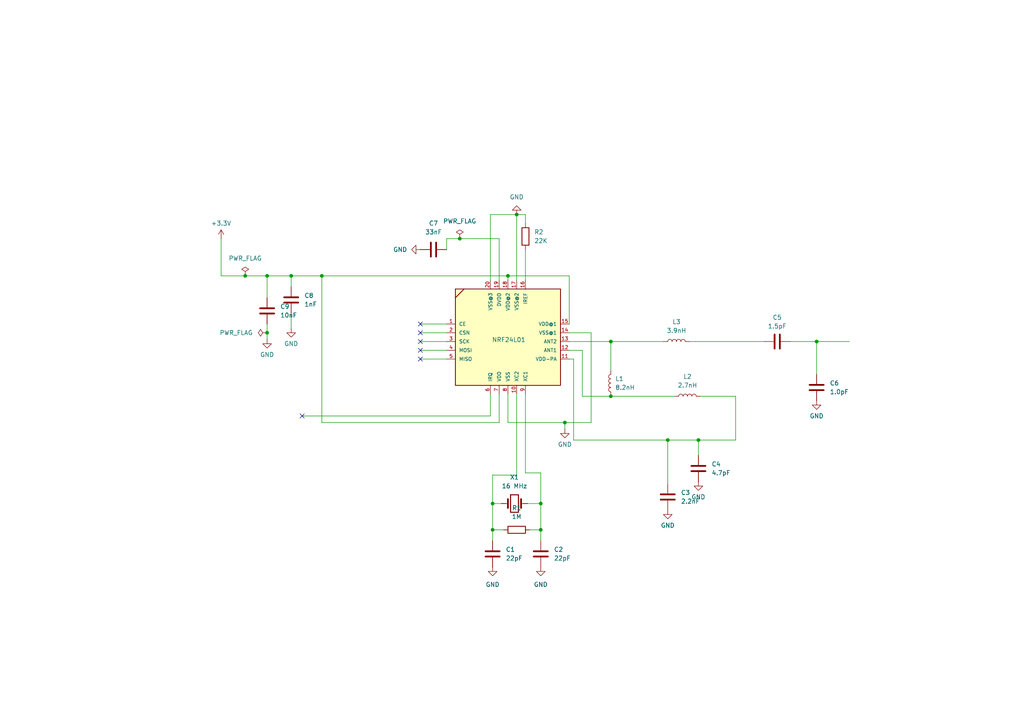
<source format=kicad_sch>
(kicad_sch
	(version 20231120)
	(generator "eeschema")
	(generator_version "8.0")
	(uuid "20fef4fb-7812-4430-9f22-33998f725c42")
	(paper "A4")
	(lib_symbols
		(symbol "Device:C"
			(pin_numbers hide)
			(pin_names
				(offset 0.254)
			)
			(exclude_from_sim no)
			(in_bom yes)
			(on_board yes)
			(property "Reference" "C"
				(at 0.635 2.54 0)
				(effects
					(font
						(size 1.27 1.27)
					)
					(justify left)
				)
			)
			(property "Value" "C"
				(at 0.635 -2.54 0)
				(effects
					(font
						(size 1.27 1.27)
					)
					(justify left)
				)
			)
			(property "Footprint" ""
				(at 0.9652 -3.81 0)
				(effects
					(font
						(size 1.27 1.27)
					)
					(hide yes)
				)
			)
			(property "Datasheet" "~"
				(at 0 0 0)
				(effects
					(font
						(size 1.27 1.27)
					)
					(hide yes)
				)
			)
			(property "Description" "Unpolarized capacitor"
				(at 0 0 0)
				(effects
					(font
						(size 1.27 1.27)
					)
					(hide yes)
				)
			)
			(property "ki_keywords" "cap capacitor"
				(at 0 0 0)
				(effects
					(font
						(size 1.27 1.27)
					)
					(hide yes)
				)
			)
			(property "ki_fp_filters" "C_*"
				(at 0 0 0)
				(effects
					(font
						(size 1.27 1.27)
					)
					(hide yes)
				)
			)
			(symbol "C_0_1"
				(polyline
					(pts
						(xy -2.032 -0.762) (xy 2.032 -0.762)
					)
					(stroke
						(width 0.508)
						(type default)
					)
					(fill
						(type none)
					)
				)
				(polyline
					(pts
						(xy -2.032 0.762) (xy 2.032 0.762)
					)
					(stroke
						(width 0.508)
						(type default)
					)
					(fill
						(type none)
					)
				)
			)
			(symbol "C_1_1"
				(pin passive line
					(at 0 3.81 270)
					(length 2.794)
					(name "~"
						(effects
							(font
								(size 1.27 1.27)
							)
						)
					)
					(number "1"
						(effects
							(font
								(size 1.27 1.27)
							)
						)
					)
				)
				(pin passive line
					(at 0 -3.81 90)
					(length 2.794)
					(name "~"
						(effects
							(font
								(size 1.27 1.27)
							)
						)
					)
					(number "2"
						(effects
							(font
								(size 1.27 1.27)
							)
						)
					)
				)
			)
		)
		(symbol "Device:Crystal"
			(pin_numbers hide)
			(pin_names
				(offset 1.016) hide)
			(exclude_from_sim no)
			(in_bom yes)
			(on_board yes)
			(property "Reference" "Y"
				(at 0 3.81 0)
				(effects
					(font
						(size 1.27 1.27)
					)
				)
			)
			(property "Value" "Crystal"
				(at 0 -3.81 0)
				(effects
					(font
						(size 1.27 1.27)
					)
				)
			)
			(property "Footprint" ""
				(at 0 0 0)
				(effects
					(font
						(size 1.27 1.27)
					)
					(hide yes)
				)
			)
			(property "Datasheet" "~"
				(at 0 0 0)
				(effects
					(font
						(size 1.27 1.27)
					)
					(hide yes)
				)
			)
			(property "Description" "Two pin crystal"
				(at 0 0 0)
				(effects
					(font
						(size 1.27 1.27)
					)
					(hide yes)
				)
			)
			(property "ki_keywords" "quartz ceramic resonator oscillator"
				(at 0 0 0)
				(effects
					(font
						(size 1.27 1.27)
					)
					(hide yes)
				)
			)
			(property "ki_fp_filters" "Crystal*"
				(at 0 0 0)
				(effects
					(font
						(size 1.27 1.27)
					)
					(hide yes)
				)
			)
			(symbol "Crystal_0_1"
				(rectangle
					(start -1.143 2.54)
					(end 1.143 -2.54)
					(stroke
						(width 0.3048)
						(type default)
					)
					(fill
						(type none)
					)
				)
				(polyline
					(pts
						(xy -2.54 0) (xy -1.905 0)
					)
					(stroke
						(width 0)
						(type default)
					)
					(fill
						(type none)
					)
				)
				(polyline
					(pts
						(xy -1.905 -1.27) (xy -1.905 1.27)
					)
					(stroke
						(width 0.508)
						(type default)
					)
					(fill
						(type none)
					)
				)
				(polyline
					(pts
						(xy 1.905 -1.27) (xy 1.905 1.27)
					)
					(stroke
						(width 0.508)
						(type default)
					)
					(fill
						(type none)
					)
				)
				(polyline
					(pts
						(xy 2.54 0) (xy 1.905 0)
					)
					(stroke
						(width 0)
						(type default)
					)
					(fill
						(type none)
					)
				)
			)
			(symbol "Crystal_1_1"
				(pin passive line
					(at -3.81 0 0)
					(length 1.27)
					(name "1"
						(effects
							(font
								(size 1.27 1.27)
							)
						)
					)
					(number "1"
						(effects
							(font
								(size 1.27 1.27)
							)
						)
					)
				)
				(pin passive line
					(at 3.81 0 180)
					(length 1.27)
					(name "2"
						(effects
							(font
								(size 1.27 1.27)
							)
						)
					)
					(number "2"
						(effects
							(font
								(size 1.27 1.27)
							)
						)
					)
				)
			)
		)
		(symbol "Device:L"
			(pin_numbers hide)
			(pin_names
				(offset 1.016) hide)
			(exclude_from_sim no)
			(in_bom yes)
			(on_board yes)
			(property "Reference" "L"
				(at -1.27 0 90)
				(effects
					(font
						(size 1.27 1.27)
					)
				)
			)
			(property "Value" "L"
				(at 1.905 0 90)
				(effects
					(font
						(size 1.27 1.27)
					)
				)
			)
			(property "Footprint" ""
				(at 0 0 0)
				(effects
					(font
						(size 1.27 1.27)
					)
					(hide yes)
				)
			)
			(property "Datasheet" "~"
				(at 0 0 0)
				(effects
					(font
						(size 1.27 1.27)
					)
					(hide yes)
				)
			)
			(property "Description" "Inductor"
				(at 0 0 0)
				(effects
					(font
						(size 1.27 1.27)
					)
					(hide yes)
				)
			)
			(property "ki_keywords" "inductor choke coil reactor magnetic"
				(at 0 0 0)
				(effects
					(font
						(size 1.27 1.27)
					)
					(hide yes)
				)
			)
			(property "ki_fp_filters" "Choke_* *Coil* Inductor_* L_*"
				(at 0 0 0)
				(effects
					(font
						(size 1.27 1.27)
					)
					(hide yes)
				)
			)
			(symbol "L_0_1"
				(arc
					(start 0 -2.54)
					(mid 0.6323 -1.905)
					(end 0 -1.27)
					(stroke
						(width 0)
						(type default)
					)
					(fill
						(type none)
					)
				)
				(arc
					(start 0 -1.27)
					(mid 0.6323 -0.635)
					(end 0 0)
					(stroke
						(width 0)
						(type default)
					)
					(fill
						(type none)
					)
				)
				(arc
					(start 0 0)
					(mid 0.6323 0.635)
					(end 0 1.27)
					(stroke
						(width 0)
						(type default)
					)
					(fill
						(type none)
					)
				)
				(arc
					(start 0 1.27)
					(mid 0.6323 1.905)
					(end 0 2.54)
					(stroke
						(width 0)
						(type default)
					)
					(fill
						(type none)
					)
				)
			)
			(symbol "L_1_1"
				(pin passive line
					(at 0 3.81 270)
					(length 1.27)
					(name "1"
						(effects
							(font
								(size 1.27 1.27)
							)
						)
					)
					(number "1"
						(effects
							(font
								(size 1.27 1.27)
							)
						)
					)
				)
				(pin passive line
					(at 0 -3.81 90)
					(length 1.27)
					(name "2"
						(effects
							(font
								(size 1.27 1.27)
							)
						)
					)
					(number "2"
						(effects
							(font
								(size 1.27 1.27)
							)
						)
					)
				)
			)
		)
		(symbol "Device:R"
			(pin_numbers hide)
			(pin_names
				(offset 0)
			)
			(exclude_from_sim no)
			(in_bom yes)
			(on_board yes)
			(property "Reference" "R"
				(at 2.032 0 90)
				(effects
					(font
						(size 1.27 1.27)
					)
				)
			)
			(property "Value" "R"
				(at 0 0 90)
				(effects
					(font
						(size 1.27 1.27)
					)
				)
			)
			(property "Footprint" ""
				(at -1.778 0 90)
				(effects
					(font
						(size 1.27 1.27)
					)
					(hide yes)
				)
			)
			(property "Datasheet" "~"
				(at 0 0 0)
				(effects
					(font
						(size 1.27 1.27)
					)
					(hide yes)
				)
			)
			(property "Description" "Resistor"
				(at 0 0 0)
				(effects
					(font
						(size 1.27 1.27)
					)
					(hide yes)
				)
			)
			(property "ki_keywords" "R res resistor"
				(at 0 0 0)
				(effects
					(font
						(size 1.27 1.27)
					)
					(hide yes)
				)
			)
			(property "ki_fp_filters" "R_*"
				(at 0 0 0)
				(effects
					(font
						(size 1.27 1.27)
					)
					(hide yes)
				)
			)
			(symbol "R_0_1"
				(rectangle
					(start -1.016 -2.54)
					(end 1.016 2.54)
					(stroke
						(width 0.254)
						(type default)
					)
					(fill
						(type none)
					)
				)
			)
			(symbol "R_1_1"
				(pin passive line
					(at 0 3.81 270)
					(length 1.27)
					(name "~"
						(effects
							(font
								(size 1.27 1.27)
							)
						)
					)
					(number "1"
						(effects
							(font
								(size 1.27 1.27)
							)
						)
					)
				)
				(pin passive line
					(at 0 -3.81 90)
					(length 1.27)
					(name "~"
						(effects
							(font
								(size 1.27 1.27)
							)
						)
					)
					(number "2"
						(effects
							(font
								(size 1.27 1.27)
							)
						)
					)
				)
			)
		)
		(symbol "NRF24L01:NRF24L01"
			(pin_names
				(offset 1.016)
			)
			(exclude_from_sim no)
			(in_bom yes)
			(on_board yes)
			(property "Reference" "U"
				(at -13.9892 16.5327 0)
				(effects
					(font
						(size 1.27 1.27)
					)
					(justify left bottom)
				)
			)
			(property "Value" ""
				(at 0 0 0)
				(effects
					(font
						(size 1.27 1.27)
					)
					(justify bottom)
					(hide yes)
				)
			)
			(property "Footprint" ""
				(at 0 0 0)
				(effects
					(font
						(size 1.27 1.27)
					)
					(justify bottom)
					(hide yes)
				)
			)
			(property "Datasheet" ""
				(at 0 0 0)
				(effects
					(font
						(size 1.27 1.27)
					)
					(hide yes)
				)
			)
			(property "Description" ""
				(at 0 0 0)
				(effects
					(font
						(size 1.27 1.27)
					)
					(hide yes)
				)
			)
			(property "MF" ""
				(at 0 0 0)
				(effects
					(font
						(size 1.27 1.27)
					)
					(justify bottom)
					(hide yes)
				)
			)
			(property "Description_1" ""
				(at 0 0 0)
				(effects
					(font
						(size 1.27 1.27)
					)
					(justify bottom)
					(hide yes)
				)
			)
			(property "Package" ""
				(at 0 0 0)
				(effects
					(font
						(size 1.27 1.27)
					)
					(justify bottom)
					(hide yes)
				)
			)
			(property "MPN" ""
				(at 0 0 0)
				(effects
					(font
						(size 1.27 1.27)
					)
					(justify bottom)
					(hide yes)
				)
			)
			(property "Price" ""
				(at 0 0 0)
				(effects
					(font
						(size 1.27 1.27)
					)
					(justify bottom)
					(hide yes)
				)
			)
			(property "SnapEDA_Link" ""
				(at 0 0 0)
				(do_not_autoplace)
				(effects
					(font
						(size 1.27 1.27)
					)
					(justify bottom)
					(hide yes)
				)
			)
			(property "MP" ""
				(at 0 0 0)
				(effects
					(font
						(size 1.27 1.27)
					)
					(justify bottom)
					(hide yes)
				)
			)
			(property "Availability" ""
				(at 0 0 0)
				(effects
					(font
						(size 1.27 1.27)
					)
					(justify bottom)
					(hide yes)
				)
			)
			(property "Check_prices" ""
				(at 0 0 0)
				(effects
					(font
						(size 1.27 1.27)
					)
					(justify bottom)
					(hide yes)
				)
			)
			(symbol "NRF24L01_0_0"
				(rectangle
					(start -15.24 15.24)
					(end 15.24 -12.7)
					(stroke
						(width 0.254)
						(type default)
					)
					(fill
						(type background)
					)
				)
				(polyline
					(pts
						(xy -15.24 12.7) (xy -12.7 15.24)
					)
					(stroke
						(width 0.254)
						(type default)
					)
					(fill
						(type none)
					)
				)
				(pin bidirectional line
					(at -17.78 5.08 0)
					(length 2.54)
					(name "CE"
						(effects
							(font
								(size 1.016 1.016)
							)
						)
					)
					(number "1"
						(effects
							(font
								(size 1.016 1.016)
							)
						)
					)
				)
				(pin bidirectional line
					(at 2.54 -15.24 90)
					(length 2.54)
					(name "XC2"
						(effects
							(font
								(size 1.016 1.016)
							)
						)
					)
					(number "10"
						(effects
							(font
								(size 1.016 1.016)
							)
						)
					)
				)
				(pin bidirectional line
					(at 17.78 -5.08 180)
					(length 2.54)
					(name "VDD-PA"
						(effects
							(font
								(size 1.016 1.016)
							)
						)
					)
					(number "11"
						(effects
							(font
								(size 1.016 1.016)
							)
						)
					)
				)
				(pin bidirectional line
					(at 17.78 -2.54 180)
					(length 2.54)
					(name "ANT1"
						(effects
							(font
								(size 1.016 1.016)
							)
						)
					)
					(number "12"
						(effects
							(font
								(size 1.016 1.016)
							)
						)
					)
				)
				(pin bidirectional line
					(at 17.78 0 180)
					(length 2.54)
					(name "ANT2"
						(effects
							(font
								(size 1.016 1.016)
							)
						)
					)
					(number "13"
						(effects
							(font
								(size 1.016 1.016)
							)
						)
					)
				)
				(pin bidirectional line
					(at 17.78 2.54 180)
					(length 2.54)
					(name "VSS@1"
						(effects
							(font
								(size 1.016 1.016)
							)
						)
					)
					(number "14"
						(effects
							(font
								(size 1.016 1.016)
							)
						)
					)
				)
				(pin bidirectional line
					(at 17.78 5.08 180)
					(length 2.54)
					(name "VDD@1"
						(effects
							(font
								(size 1.016 1.016)
							)
						)
					)
					(number "15"
						(effects
							(font
								(size 1.016 1.016)
							)
						)
					)
				)
				(pin bidirectional line
					(at 5.08 17.78 270)
					(length 2.54)
					(name "IREF"
						(effects
							(font
								(size 1.016 1.016)
							)
						)
					)
					(number "16"
						(effects
							(font
								(size 1.016 1.016)
							)
						)
					)
				)
				(pin bidirectional line
					(at 2.54 17.78 270)
					(length 2.54)
					(name "VSS@2"
						(effects
							(font
								(size 1.016 1.016)
							)
						)
					)
					(number "17"
						(effects
							(font
								(size 1.016 1.016)
							)
						)
					)
				)
				(pin bidirectional line
					(at 0 17.78 270)
					(length 2.54)
					(name "VDD@2"
						(effects
							(font
								(size 1.016 1.016)
							)
						)
					)
					(number "18"
						(effects
							(font
								(size 1.016 1.016)
							)
						)
					)
				)
				(pin bidirectional line
					(at -2.54 17.78 270)
					(length 2.54)
					(name "DVDD"
						(effects
							(font
								(size 1.016 1.016)
							)
						)
					)
					(number "19"
						(effects
							(font
								(size 1.016 1.016)
							)
						)
					)
				)
				(pin bidirectional line
					(at -17.78 2.54 0)
					(length 2.54)
					(name "CSN"
						(effects
							(font
								(size 1.016 1.016)
							)
						)
					)
					(number "2"
						(effects
							(font
								(size 1.016 1.016)
							)
						)
					)
				)
				(pin bidirectional line
					(at -5.08 17.78 270)
					(length 2.54)
					(name "VSS@3"
						(effects
							(font
								(size 1.016 1.016)
							)
						)
					)
					(number "20"
						(effects
							(font
								(size 1.016 1.016)
							)
						)
					)
				)
				(pin bidirectional line
					(at -17.78 0 0)
					(length 2.54)
					(name "SCK"
						(effects
							(font
								(size 1.016 1.016)
							)
						)
					)
					(number "3"
						(effects
							(font
								(size 1.016 1.016)
							)
						)
					)
				)
				(pin bidirectional line
					(at -17.78 -2.54 0)
					(length 2.54)
					(name "MOSI"
						(effects
							(font
								(size 1.016 1.016)
							)
						)
					)
					(number "4"
						(effects
							(font
								(size 1.016 1.016)
							)
						)
					)
				)
				(pin bidirectional line
					(at -17.78 -5.08 0)
					(length 2.54)
					(name "MISO"
						(effects
							(font
								(size 1.016 1.016)
							)
						)
					)
					(number "5"
						(effects
							(font
								(size 1.016 1.016)
							)
						)
					)
				)
				(pin bidirectional line
					(at -5.08 -15.24 90)
					(length 2.54)
					(name "IRQ"
						(effects
							(font
								(size 1.016 1.016)
							)
						)
					)
					(number "6"
						(effects
							(font
								(size 1.016 1.016)
							)
						)
					)
				)
				(pin bidirectional line
					(at -2.54 -15.24 90)
					(length 2.54)
					(name "VDD"
						(effects
							(font
								(size 1.016 1.016)
							)
						)
					)
					(number "7"
						(effects
							(font
								(size 1.016 1.016)
							)
						)
					)
				)
				(pin bidirectional line
					(at 0 -15.24 90)
					(length 2.54)
					(name "VSS"
						(effects
							(font
								(size 1.016 1.016)
							)
						)
					)
					(number "8"
						(effects
							(font
								(size 1.016 1.016)
							)
						)
					)
				)
				(pin bidirectional line
					(at 5.08 -15.24 90)
					(length 2.54)
					(name "XC1"
						(effects
							(font
								(size 1.016 1.016)
							)
						)
					)
					(number "9"
						(effects
							(font
								(size 1.016 1.016)
							)
						)
					)
				)
			)
		)
		(symbol "power:+3.3V"
			(power)
			(pin_numbers hide)
			(pin_names
				(offset 0) hide)
			(exclude_from_sim no)
			(in_bom yes)
			(on_board yes)
			(property "Reference" "#PWR"
				(at 0 -3.81 0)
				(effects
					(font
						(size 1.27 1.27)
					)
					(hide yes)
				)
			)
			(property "Value" "+3.3V"
				(at 0 3.556 0)
				(effects
					(font
						(size 1.27 1.27)
					)
				)
			)
			(property "Footprint" ""
				(at 0 0 0)
				(effects
					(font
						(size 1.27 1.27)
					)
					(hide yes)
				)
			)
			(property "Datasheet" ""
				(at 0 0 0)
				(effects
					(font
						(size 1.27 1.27)
					)
					(hide yes)
				)
			)
			(property "Description" "Power symbol creates a global label with name \"+3.3V\""
				(at 0 0 0)
				(effects
					(font
						(size 1.27 1.27)
					)
					(hide yes)
				)
			)
			(property "ki_keywords" "global power"
				(at 0 0 0)
				(effects
					(font
						(size 1.27 1.27)
					)
					(hide yes)
				)
			)
			(symbol "+3.3V_0_1"
				(polyline
					(pts
						(xy -0.762 1.27) (xy 0 2.54)
					)
					(stroke
						(width 0)
						(type default)
					)
					(fill
						(type none)
					)
				)
				(polyline
					(pts
						(xy 0 0) (xy 0 2.54)
					)
					(stroke
						(width 0)
						(type default)
					)
					(fill
						(type none)
					)
				)
				(polyline
					(pts
						(xy 0 2.54) (xy 0.762 1.27)
					)
					(stroke
						(width 0)
						(type default)
					)
					(fill
						(type none)
					)
				)
			)
			(symbol "+3.3V_1_1"
				(pin power_in line
					(at 0 0 90)
					(length 0)
					(name "~"
						(effects
							(font
								(size 1.27 1.27)
							)
						)
					)
					(number "1"
						(effects
							(font
								(size 1.27 1.27)
							)
						)
					)
				)
			)
		)
		(symbol "power:GND"
			(power)
			(pin_numbers hide)
			(pin_names
				(offset 0) hide)
			(exclude_from_sim no)
			(in_bom yes)
			(on_board yes)
			(property "Reference" "#PWR"
				(at 0 -6.35 0)
				(effects
					(font
						(size 1.27 1.27)
					)
					(hide yes)
				)
			)
			(property "Value" "GND"
				(at 0 -3.81 0)
				(effects
					(font
						(size 1.27 1.27)
					)
				)
			)
			(property "Footprint" ""
				(at 0 0 0)
				(effects
					(font
						(size 1.27 1.27)
					)
					(hide yes)
				)
			)
			(property "Datasheet" ""
				(at 0 0 0)
				(effects
					(font
						(size 1.27 1.27)
					)
					(hide yes)
				)
			)
			(property "Description" "Power symbol creates a global label with name \"GND\" , ground"
				(at 0 0 0)
				(effects
					(font
						(size 1.27 1.27)
					)
					(hide yes)
				)
			)
			(property "ki_keywords" "global power"
				(at 0 0 0)
				(effects
					(font
						(size 1.27 1.27)
					)
					(hide yes)
				)
			)
			(symbol "GND_0_1"
				(polyline
					(pts
						(xy 0 0) (xy 0 -1.27) (xy 1.27 -1.27) (xy 0 -2.54) (xy -1.27 -1.27) (xy 0 -1.27)
					)
					(stroke
						(width 0)
						(type default)
					)
					(fill
						(type none)
					)
				)
			)
			(symbol "GND_1_1"
				(pin power_in line
					(at 0 0 270)
					(length 0)
					(name "~"
						(effects
							(font
								(size 1.27 1.27)
							)
						)
					)
					(number "1"
						(effects
							(font
								(size 1.27 1.27)
							)
						)
					)
				)
			)
		)
		(symbol "power:PWR_FLAG"
			(power)
			(pin_numbers hide)
			(pin_names
				(offset 0) hide)
			(exclude_from_sim no)
			(in_bom yes)
			(on_board yes)
			(property "Reference" "#FLG"
				(at 0 1.905 0)
				(effects
					(font
						(size 1.27 1.27)
					)
					(hide yes)
				)
			)
			(property "Value" "PWR_FLAG"
				(at 0 3.81 0)
				(effects
					(font
						(size 1.27 1.27)
					)
				)
			)
			(property "Footprint" ""
				(at 0 0 0)
				(effects
					(font
						(size 1.27 1.27)
					)
					(hide yes)
				)
			)
			(property "Datasheet" "~"
				(at 0 0 0)
				(effects
					(font
						(size 1.27 1.27)
					)
					(hide yes)
				)
			)
			(property "Description" "Special symbol for telling ERC where power comes from"
				(at 0 0 0)
				(effects
					(font
						(size 1.27 1.27)
					)
					(hide yes)
				)
			)
			(property "ki_keywords" "flag power"
				(at 0 0 0)
				(effects
					(font
						(size 1.27 1.27)
					)
					(hide yes)
				)
			)
			(symbol "PWR_FLAG_0_0"
				(pin power_out line
					(at 0 0 90)
					(length 0)
					(name "~"
						(effects
							(font
								(size 1.27 1.27)
							)
						)
					)
					(number "1"
						(effects
							(font
								(size 1.27 1.27)
							)
						)
					)
				)
			)
			(symbol "PWR_FLAG_0_1"
				(polyline
					(pts
						(xy 0 0) (xy 0 1.27) (xy -1.016 1.905) (xy 0 2.54) (xy 1.016 1.905) (xy 0 1.27)
					)
					(stroke
						(width 0)
						(type default)
					)
					(fill
						(type none)
					)
				)
			)
		)
	)
	(junction
		(at 77.47 80.01)
		(diameter 0)
		(color 0 0 0 0)
		(uuid "050ee99b-9a44-4db8-b13e-29fd6c60e63e")
	)
	(junction
		(at 163.83 122.555)
		(diameter 0)
		(color 0 0 0 0)
		(uuid "08eb57fb-2704-4917-9958-19f155562f29")
	)
	(junction
		(at 93.345 80.01)
		(diameter 0)
		(color 0 0 0 0)
		(uuid "1450f949-36ce-4abb-9bd1-dce84d492868")
	)
	(junction
		(at 142.875 146.05)
		(diameter 0)
		(color 0 0 0 0)
		(uuid "242398ab-6b3d-45cb-ae9a-f515e7dfd1c7")
	)
	(junction
		(at 177.165 114.935)
		(diameter 0)
		(color 0 0 0 0)
		(uuid "26f8489f-13b5-4b75-ad5e-844c9aa21542")
	)
	(junction
		(at 236.855 99.06)
		(diameter 0)
		(color 0 0 0 0)
		(uuid "29ef70b9-4076-49ab-b4e6-610373aa481c")
	)
	(junction
		(at 142.875 153.67)
		(diameter 0)
		(color 0 0 0 0)
		(uuid "369f273f-4453-4083-a42c-07e1ada5303c")
	)
	(junction
		(at 149.86 62.23)
		(diameter 0)
		(color 0 0 0 0)
		(uuid "4756aef7-1664-47d8-88e0-339be9a1994b")
	)
	(junction
		(at 147.32 80.01)
		(diameter 0)
		(color 0 0 0 0)
		(uuid "50068859-1e28-4bec-805e-9cf4cf920f03")
	)
	(junction
		(at 177.165 99.06)
		(diameter 0)
		(color 0 0 0 0)
		(uuid "5249ae2b-8d5f-42aa-8de6-fa3bdeac9054")
	)
	(junction
		(at 156.845 153.67)
		(diameter 0)
		(color 0 0 0 0)
		(uuid "8177a3d7-7814-4aea-9410-4d21744f024f")
	)
	(junction
		(at 71.12 80.01)
		(diameter 0)
		(color 0 0 0 0)
		(uuid "82641e92-6e15-4d67-9cbf-92da6c0b101e")
	)
	(junction
		(at 84.455 80.01)
		(diameter 0)
		(color 0 0 0 0)
		(uuid "90de755b-9337-486d-961e-96b5193b9f3b")
	)
	(junction
		(at 202.565 127.635)
		(diameter 0)
		(color 0 0 0 0)
		(uuid "9f5f9e42-9c1c-4588-ab60-e24042c99a29")
	)
	(junction
		(at 156.845 146.05)
		(diameter 0)
		(color 0 0 0 0)
		(uuid "ae1e83a9-b72a-4b09-a51a-9809c7536470")
	)
	(junction
		(at 133.35 69.215)
		(diameter 0)
		(color 0 0 0 0)
		(uuid "b7cd892d-8765-4397-92f4-548909bbedd9")
	)
	(junction
		(at 77.47 96.52)
		(diameter 0)
		(color 0 0 0 0)
		(uuid "e029cdb6-4046-4581-805d-7d9d26c1f1e6")
	)
	(junction
		(at 193.675 127.635)
		(diameter 0)
		(color 0 0 0 0)
		(uuid "ed6c19af-6edd-4024-90c7-6bf9927a2d7e")
	)
	(no_connect
		(at 121.92 93.98)
		(uuid "18f66a78-54cd-4b3e-9326-d260055d651f")
	)
	(no_connect
		(at 121.92 99.06)
		(uuid "7b7cc198-e07f-4f2c-8d0d-e7ac98fbb7b1")
	)
	(no_connect
		(at 121.92 96.52)
		(uuid "bf7abd5e-0a09-40a0-8d36-8eb1b3a2ba1f")
	)
	(no_connect
		(at 121.92 104.14)
		(uuid "d3db515a-14b2-4a73-8faf-6e7e17cc442a")
	)
	(no_connect
		(at 87.63 120.65)
		(uuid "ee5075c2-599e-4054-a58c-4fa78d770a29")
	)
	(no_connect
		(at 121.92 101.6)
		(uuid "f9595055-8bea-456c-bd42-732feb283e83")
	)
	(wire
		(pts
			(xy 202.565 127.635) (xy 193.675 127.635)
		)
		(stroke
			(width 0)
			(type default)
		)
		(uuid "021803b6-3f04-48dc-9766-9534df255df4")
	)
	(wire
		(pts
			(xy 84.455 80.01) (xy 93.345 80.01)
		)
		(stroke
			(width 0)
			(type default)
		)
		(uuid "06e4ebb7-322e-43e5-8845-08c6550e4b28")
	)
	(wire
		(pts
			(xy 163.83 122.555) (xy 163.83 124.46)
		)
		(stroke
			(width 0)
			(type default)
		)
		(uuid "0824a782-13fc-44e9-91e0-a6f44658264f")
	)
	(wire
		(pts
			(xy 133.35 69.215) (xy 129.54 69.215)
		)
		(stroke
			(width 0)
			(type default)
		)
		(uuid "08388c4b-7c58-4949-b3eb-9709c20e7409")
	)
	(wire
		(pts
			(xy 77.47 96.52) (xy 77.47 98.425)
		)
		(stroke
			(width 0)
			(type default)
		)
		(uuid "0be7e985-56d0-4db4-8771-4414a5c7fdba")
	)
	(wire
		(pts
			(xy 77.47 80.01) (xy 77.47 86.36)
		)
		(stroke
			(width 0)
			(type default)
		)
		(uuid "120ce4a0-53fb-40a0-815c-c7c438caa33e")
	)
	(wire
		(pts
			(xy 203.2 114.935) (xy 213.36 114.935)
		)
		(stroke
			(width 0)
			(type default)
		)
		(uuid "13808db8-2ca2-4f6a-9307-7e48e2999ac1")
	)
	(wire
		(pts
			(xy 177.165 99.06) (xy 192.405 99.06)
		)
		(stroke
			(width 0)
			(type default)
		)
		(uuid "14c66798-8a4b-40ab-89ef-9ca80c8b2536")
	)
	(wire
		(pts
			(xy 84.455 90.805) (xy 84.455 95.25)
		)
		(stroke
			(width 0)
			(type default)
		)
		(uuid "243ea97d-be81-47ed-a13e-ef0a53af23b7")
	)
	(wire
		(pts
			(xy 144.78 114.3) (xy 144.78 122.555)
		)
		(stroke
			(width 0)
			(type default)
		)
		(uuid "2616ca38-dfbf-459a-b184-414d4a664758")
	)
	(wire
		(pts
			(xy 152.4 62.23) (xy 152.4 64.77)
		)
		(stroke
			(width 0)
			(type default)
		)
		(uuid "2c58e82a-4a51-42b2-b6a8-3c79898d2cd7")
	)
	(wire
		(pts
			(xy 142.875 137.795) (xy 149.86 137.795)
		)
		(stroke
			(width 0)
			(type default)
		)
		(uuid "30906b20-2e6a-4904-bebd-cb420f30ecc5")
	)
	(wire
		(pts
			(xy 142.875 153.67) (xy 142.875 156.845)
		)
		(stroke
			(width 0)
			(type default)
		)
		(uuid "390d3167-16e4-4f14-9ce8-d6e7663cd55b")
	)
	(wire
		(pts
			(xy 236.855 99.06) (xy 246.38 99.06)
		)
		(stroke
			(width 0)
			(type default)
		)
		(uuid "3f59ef64-9b97-4c53-8606-79f7ce6395d1")
	)
	(wire
		(pts
			(xy 177.165 114.935) (xy 168.91 114.935)
		)
		(stroke
			(width 0)
			(type default)
		)
		(uuid "449c8d7f-1823-4153-b328-f218929081e3")
	)
	(wire
		(pts
			(xy 165.1 101.6) (xy 168.91 101.6)
		)
		(stroke
			(width 0)
			(type default)
		)
		(uuid "4c9a676b-9ca9-453c-a44d-03232da8fbb5")
	)
	(wire
		(pts
			(xy 168.91 101.6) (xy 168.91 114.935)
		)
		(stroke
			(width 0)
			(type default)
		)
		(uuid "5778ce7e-efbe-4a6b-844d-dc916776975a")
	)
	(wire
		(pts
			(xy 166.37 104.14) (xy 165.1 104.14)
		)
		(stroke
			(width 0)
			(type default)
		)
		(uuid "59828e89-7ed8-4efe-8a3f-11ba3710f3bf")
	)
	(wire
		(pts
			(xy 149.86 114.3) (xy 149.86 137.795)
		)
		(stroke
			(width 0)
			(type default)
		)
		(uuid "599604d8-af6c-4c48-b1dd-d1f23063721f")
	)
	(wire
		(pts
			(xy 166.37 104.14) (xy 166.37 127.635)
		)
		(stroke
			(width 0)
			(type default)
		)
		(uuid "5f8eba09-b173-48df-8858-15dfd38cb2da")
	)
	(wire
		(pts
			(xy 202.565 127.635) (xy 202.565 132.08)
		)
		(stroke
			(width 0)
			(type default)
		)
		(uuid "6014c531-947c-40b2-8a40-7d1e3b9a3e13")
	)
	(wire
		(pts
			(xy 147.32 80.01) (xy 147.32 81.28)
		)
		(stroke
			(width 0)
			(type default)
		)
		(uuid "61965d27-6a43-4c0e-8b36-92b44f905d9f")
	)
	(wire
		(pts
			(xy 142.24 62.23) (xy 149.86 62.23)
		)
		(stroke
			(width 0)
			(type default)
		)
		(uuid "6682ceb2-3d48-46ad-a86d-b9aad3c12227")
	)
	(wire
		(pts
			(xy 144.78 81.28) (xy 144.78 69.215)
		)
		(stroke
			(width 0)
			(type default)
		)
		(uuid "6a6167af-b980-45c6-84a3-03bc937bd47f")
	)
	(wire
		(pts
			(xy 121.92 93.98) (xy 129.54 93.98)
		)
		(stroke
			(width 0)
			(type default)
		)
		(uuid "6c120ffb-66af-48c7-a390-483fbbd081bf")
	)
	(wire
		(pts
			(xy 142.24 114.3) (xy 142.24 120.65)
		)
		(stroke
			(width 0)
			(type default)
		)
		(uuid "6d6dc723-84e6-4fe2-9f36-1bcfd491f065")
	)
	(wire
		(pts
			(xy 93.345 80.01) (xy 93.345 122.555)
		)
		(stroke
			(width 0)
			(type default)
		)
		(uuid "70c77b63-38c7-448f-b8b5-5571d08699ce")
	)
	(wire
		(pts
			(xy 142.875 146.05) (xy 145.415 146.05)
		)
		(stroke
			(width 0)
			(type default)
		)
		(uuid "711d372d-b1d1-42cf-8035-c5678637edb6")
	)
	(wire
		(pts
			(xy 156.845 153.67) (xy 156.845 156.845)
		)
		(stroke
			(width 0)
			(type default)
		)
		(uuid "73b10eb2-900a-4578-b69a-32746ca02d7a")
	)
	(wire
		(pts
			(xy 149.86 62.23) (xy 149.86 81.28)
		)
		(stroke
			(width 0)
			(type default)
		)
		(uuid "759246ce-a163-4cd1-9d25-7c44b19f8a49")
	)
	(wire
		(pts
			(xy 177.165 99.06) (xy 177.165 107.315)
		)
		(stroke
			(width 0)
			(type default)
		)
		(uuid "8228f123-4f60-45f1-9365-4a69649554e6")
	)
	(wire
		(pts
			(xy 177.165 114.935) (xy 195.58 114.935)
		)
		(stroke
			(width 0)
			(type default)
		)
		(uuid "84e22c7c-2689-448b-b71b-5fb01cf87758")
	)
	(wire
		(pts
			(xy 171.45 96.52) (xy 165.1 96.52)
		)
		(stroke
			(width 0)
			(type default)
		)
		(uuid "89258146-986c-4ce9-8a6d-e7c1ccaa236b")
	)
	(wire
		(pts
			(xy 121.92 96.52) (xy 129.54 96.52)
		)
		(stroke
			(width 0)
			(type default)
		)
		(uuid "8a59d83e-f406-4819-9e2a-b17504a05a61")
	)
	(wire
		(pts
			(xy 142.875 153.67) (xy 146.05 153.67)
		)
		(stroke
			(width 0)
			(type default)
		)
		(uuid "8d3f64f1-6c8a-47ce-88db-1fa4a82de7cc")
	)
	(wire
		(pts
			(xy 71.12 80.01) (xy 77.47 80.01)
		)
		(stroke
			(width 0)
			(type default)
		)
		(uuid "927c51bf-a386-493b-be1e-8f91dbc3b2c9")
	)
	(wire
		(pts
			(xy 153.035 146.05) (xy 156.845 146.05)
		)
		(stroke
			(width 0)
			(type default)
		)
		(uuid "94cc8381-82dc-4af2-ba68-3535259962d8")
	)
	(wire
		(pts
			(xy 229.235 99.06) (xy 236.855 99.06)
		)
		(stroke
			(width 0)
			(type default)
		)
		(uuid "95c64f36-44a8-4836-bd57-411f6001e24e")
	)
	(wire
		(pts
			(xy 142.24 81.28) (xy 142.24 62.23)
		)
		(stroke
			(width 0)
			(type default)
		)
		(uuid "968435dd-f5c7-4cd2-9db0-4e783b90f6f0")
	)
	(wire
		(pts
			(xy 200.025 99.06) (xy 221.615 99.06)
		)
		(stroke
			(width 0)
			(type default)
		)
		(uuid "98e38c3d-4965-4957-a07c-1106ef0db749")
	)
	(wire
		(pts
			(xy 152.4 137.16) (xy 156.845 137.16)
		)
		(stroke
			(width 0)
			(type default)
		)
		(uuid "99726745-1b0c-485a-b97a-b8c32b196f1f")
	)
	(wire
		(pts
			(xy 152.4 72.39) (xy 152.4 81.28)
		)
		(stroke
			(width 0)
			(type default)
		)
		(uuid "9c7375b6-529e-4d49-bd13-89a158853862")
	)
	(wire
		(pts
			(xy 156.845 146.05) (xy 156.845 153.67)
		)
		(stroke
			(width 0)
			(type default)
		)
		(uuid "9fb4626d-631e-49c9-96e9-f6e646c3c650")
	)
	(wire
		(pts
			(xy 213.36 127.635) (xy 202.565 127.635)
		)
		(stroke
			(width 0)
			(type default)
		)
		(uuid "9fb5ad4c-a328-4b93-b763-e250c9d50503")
	)
	(wire
		(pts
			(xy 149.86 62.23) (xy 152.4 62.23)
		)
		(stroke
			(width 0)
			(type default)
		)
		(uuid "a185cbfe-d0aa-4674-8a6b-85fe493a8670")
	)
	(wire
		(pts
			(xy 163.83 122.555) (xy 171.45 122.555)
		)
		(stroke
			(width 0)
			(type default)
		)
		(uuid "a3d464e4-f0e3-4e7d-a60c-7a1a5112655a")
	)
	(wire
		(pts
			(xy 93.345 80.01) (xy 147.32 80.01)
		)
		(stroke
			(width 0)
			(type default)
		)
		(uuid "a5bde879-eff7-4d4b-acc5-7a74fc85a2b5")
	)
	(wire
		(pts
			(xy 147.32 114.3) (xy 147.32 122.555)
		)
		(stroke
			(width 0)
			(type default)
		)
		(uuid "abb8000b-5db5-413e-9c7f-cc0384ef5924")
	)
	(wire
		(pts
			(xy 129.54 69.215) (xy 129.54 72.39)
		)
		(stroke
			(width 0)
			(type default)
		)
		(uuid "afdcffbb-757d-466d-a0fe-c2e0a88f6834")
	)
	(wire
		(pts
			(xy 142.875 137.795) (xy 142.875 146.05)
		)
		(stroke
			(width 0)
			(type default)
		)
		(uuid "b505341e-35a7-432a-923a-770d0abbd389")
	)
	(wire
		(pts
			(xy 193.675 127.635) (xy 193.675 140.335)
		)
		(stroke
			(width 0)
			(type default)
		)
		(uuid "b72d1c6d-ce20-4b29-99fd-d39f7b686124")
	)
	(wire
		(pts
			(xy 64.135 80.01) (xy 71.12 80.01)
		)
		(stroke
			(width 0)
			(type default)
		)
		(uuid "b7497aa5-c075-43aa-b54a-f139a024f46b")
	)
	(wire
		(pts
			(xy 147.32 122.555) (xy 163.83 122.555)
		)
		(stroke
			(width 0)
			(type default)
		)
		(uuid "bea60e25-13ca-435e-8f23-c3d3ebe1eeeb")
	)
	(wire
		(pts
			(xy 152.4 114.3) (xy 152.4 137.16)
		)
		(stroke
			(width 0)
			(type default)
		)
		(uuid "bf6829ea-17c1-4683-af3a-9d0123c675d4")
	)
	(wire
		(pts
			(xy 213.36 114.935) (xy 213.36 127.635)
		)
		(stroke
			(width 0)
			(type default)
		)
		(uuid "c3b2b8ee-03f3-4601-a477-2f2d1391d136")
	)
	(wire
		(pts
			(xy 193.675 127.635) (xy 166.37 127.635)
		)
		(stroke
			(width 0)
			(type default)
		)
		(uuid "cb3ddd81-afe9-46d6-a208-ff5a3379749d")
	)
	(wire
		(pts
			(xy 121.92 101.6) (xy 129.54 101.6)
		)
		(stroke
			(width 0)
			(type default)
		)
		(uuid "cdee3034-1298-4be0-a45e-8d5f24d70b51")
	)
	(wire
		(pts
			(xy 142.875 146.05) (xy 142.875 153.67)
		)
		(stroke
			(width 0)
			(type default)
		)
		(uuid "ce2497a0-f1ab-437c-9c1d-8197a535b5a4")
	)
	(wire
		(pts
			(xy 236.855 99.06) (xy 236.855 108.585)
		)
		(stroke
			(width 0)
			(type default)
		)
		(uuid "d31b9329-7944-4dae-9203-28ad13372942")
	)
	(wire
		(pts
			(xy 147.32 80.01) (xy 165.1 80.01)
		)
		(stroke
			(width 0)
			(type default)
		)
		(uuid "d392c76b-36bd-45b2-8df3-7f72374cb694")
	)
	(wire
		(pts
			(xy 121.92 99.06) (xy 129.54 99.06)
		)
		(stroke
			(width 0)
			(type default)
		)
		(uuid "e4c49a38-08c8-4630-b09a-db26b06c3b09")
	)
	(wire
		(pts
			(xy 121.92 104.14) (xy 129.54 104.14)
		)
		(stroke
			(width 0)
			(type default)
		)
		(uuid "e4cfabbf-49e2-4c36-9858-8375307fb696")
	)
	(wire
		(pts
			(xy 87.63 120.65) (xy 142.24 120.65)
		)
		(stroke
			(width 0)
			(type default)
		)
		(uuid "e784d5e4-f475-4400-bb79-2f8aea626849")
	)
	(wire
		(pts
			(xy 153.67 153.67) (xy 156.845 153.67)
		)
		(stroke
			(width 0)
			(type default)
		)
		(uuid "eb81d209-4afa-4604-994c-11a5dd035c0e")
	)
	(wire
		(pts
			(xy 156.845 137.16) (xy 156.845 146.05)
		)
		(stroke
			(width 0)
			(type default)
		)
		(uuid "ee956ab5-009e-4432-bc16-45a8778e81f2")
	)
	(wire
		(pts
			(xy 93.345 122.555) (xy 144.78 122.555)
		)
		(stroke
			(width 0)
			(type default)
		)
		(uuid "efb3362e-32e0-453d-9224-64728fdfc02b")
	)
	(wire
		(pts
			(xy 84.455 80.01) (xy 84.455 83.185)
		)
		(stroke
			(width 0)
			(type default)
		)
		(uuid "efb5a0d5-9d0f-4b8e-872b-d1c3aba5252a")
	)
	(wire
		(pts
			(xy 165.1 99.06) (xy 177.165 99.06)
		)
		(stroke
			(width 0)
			(type default)
		)
		(uuid "f8eff933-5a98-4b16-83c2-7d5a2d3947cf")
	)
	(wire
		(pts
			(xy 171.45 96.52) (xy 171.45 122.555)
		)
		(stroke
			(width 0)
			(type default)
		)
		(uuid "f9515229-960c-44a0-b1c7-0722816484b3")
	)
	(wire
		(pts
			(xy 144.78 69.215) (xy 133.35 69.215)
		)
		(stroke
			(width 0)
			(type default)
		)
		(uuid "fabb3dae-0723-4ca1-a465-b031e24f6462")
	)
	(wire
		(pts
			(xy 77.47 80.01) (xy 84.455 80.01)
		)
		(stroke
			(width 0)
			(type default)
		)
		(uuid "fb2f1bff-3860-4845-a4a8-70fca6b46e04")
	)
	(wire
		(pts
			(xy 64.135 69.215) (xy 64.135 80.01)
		)
		(stroke
			(width 0)
			(type default)
		)
		(uuid "fb74acff-1cee-4740-8cfc-51414265cd50")
	)
	(wire
		(pts
			(xy 165.1 80.01) (xy 165.1 93.98)
		)
		(stroke
			(width 0)
			(type default)
		)
		(uuid "fd691ec0-ea26-470e-a0c2-8fedc55d43ef")
	)
	(wire
		(pts
			(xy 77.47 93.98) (xy 77.47 96.52)
		)
		(stroke
			(width 0)
			(type default)
		)
		(uuid "ffe78091-41a0-41bf-b0ae-13fd03616906")
	)
	(symbol
		(lib_id "Device:R")
		(at 152.4 68.58 0)
		(unit 1)
		(exclude_from_sim no)
		(in_bom yes)
		(on_board yes)
		(dnp no)
		(fields_autoplaced yes)
		(uuid "0c03476b-dbc8-4785-ab6f-71b73e4cf156")
		(property "Reference" "R2"
			(at 154.94 67.3099 0)
			(effects
				(font
					(size 1.27 1.27)
				)
				(justify left)
			)
		)
		(property "Value" "22K"
			(at 154.94 69.8499 0)
			(effects
				(font
					(size 1.27 1.27)
				)
				(justify left)
			)
		)
		(property "Footprint" "Resistor_SMD:R_0402_1005Metric"
			(at 150.622 68.58 90)
			(effects
				(font
					(size 1.27 1.27)
				)
				(hide yes)
			)
		)
		(property "Datasheet" "~"
			(at 152.4 68.58 0)
			(effects
				(font
					(size 1.27 1.27)
				)
				(hide yes)
			)
		)
		(property "Description" "Resistor"
			(at 152.4 68.58 0)
			(effects
				(font
					(size 1.27 1.27)
				)
				(hide yes)
			)
		)
		(pin "1"
			(uuid "1c9bb1cc-ea1e-4f61-b759-e9764f7f048f")
		)
		(pin "2"
			(uuid "01315387-6a4e-4ee9-bdbd-73e485aba7fe")
		)
		(instances
			(project "Mini Project NRF24L01"
				(path "/20fef4fb-7812-4430-9f22-33998f725c42"
					(reference "R2")
					(unit 1)
				)
			)
		)
	)
	(symbol
		(lib_id "Device:L")
		(at 199.39 114.935 90)
		(unit 1)
		(exclude_from_sim no)
		(in_bom yes)
		(on_board yes)
		(dnp no)
		(fields_autoplaced yes)
		(uuid "1df79c89-3c1c-4c78-a0d6-8cc7ed23a38d")
		(property "Reference" "L2"
			(at 199.39 109.22 90)
			(effects
				(font
					(size 1.27 1.27)
				)
			)
		)
		(property "Value" "2.7nH"
			(at 199.39 111.76 90)
			(effects
				(font
					(size 1.27 1.27)
				)
			)
		)
		(property "Footprint" "Inductor_SMD:L_0402_1005Metric"
			(at 199.39 114.935 0)
			(effects
				(font
					(size 1.27 1.27)
				)
				(hide yes)
			)
		)
		(property "Datasheet" "~"
			(at 199.39 114.935 0)
			(effects
				(font
					(size 1.27 1.27)
				)
				(hide yes)
			)
		)
		(property "Description" "Inductor"
			(at 199.39 114.935 0)
			(effects
				(font
					(size 1.27 1.27)
				)
				(hide yes)
			)
		)
		(pin "2"
			(uuid "dd5f6386-f51e-409f-8427-b7374f8ce1a5")
		)
		(pin "1"
			(uuid "885ff390-7632-4015-83a4-c5b60ab0b078")
		)
		(instances
			(project "Mini Project NRF24L01"
				(path "/20fef4fb-7812-4430-9f22-33998f725c42"
					(reference "L2")
					(unit 1)
				)
			)
		)
	)
	(symbol
		(lib_id "Device:C")
		(at 193.675 144.145 0)
		(unit 1)
		(exclude_from_sim no)
		(in_bom yes)
		(on_board yes)
		(dnp no)
		(fields_autoplaced yes)
		(uuid "21d26779-823c-4f0f-ae75-d9c7d8f1eb88")
		(property "Reference" "C3"
			(at 197.485 142.8749 0)
			(effects
				(font
					(size 1.27 1.27)
				)
				(justify left)
			)
		)
		(property "Value" "2.2nF"
			(at 197.485 145.4149 0)
			(effects
				(font
					(size 1.27 1.27)
				)
				(justify left)
			)
		)
		(property "Footprint" "Capacitor_SMD:C_0402_1005Metric"
			(at 194.6402 147.955 0)
			(effects
				(font
					(size 1.27 1.27)
				)
				(hide yes)
			)
		)
		(property "Datasheet" "~"
			(at 193.675 144.145 0)
			(effects
				(font
					(size 1.27 1.27)
				)
				(hide yes)
			)
		)
		(property "Description" "Unpolarized capacitor"
			(at 193.675 144.145 0)
			(effects
				(font
					(size 1.27 1.27)
				)
				(hide yes)
			)
		)
		(pin "2"
			(uuid "e0a6b551-f1da-4195-a89a-8cd085f056c2")
		)
		(pin "1"
			(uuid "362e84de-940d-42c3-8916-bea3feffa9c4")
		)
		(instances
			(project "Mini Project NRF24L01"
				(path "/20fef4fb-7812-4430-9f22-33998f725c42"
					(reference "C3")
					(unit 1)
				)
			)
		)
	)
	(symbol
		(lib_id "Device:C")
		(at 225.425 99.06 90)
		(unit 1)
		(exclude_from_sim no)
		(in_bom yes)
		(on_board yes)
		(dnp no)
		(fields_autoplaced yes)
		(uuid "22c9fd9d-573e-49ab-9ca3-92dbaa60c8b2")
		(property "Reference" "C5"
			(at 225.425 92.075 90)
			(effects
				(font
					(size 1.27 1.27)
				)
			)
		)
		(property "Value" "1.5pF"
			(at 225.425 94.615 90)
			(effects
				(font
					(size 1.27 1.27)
				)
			)
		)
		(property "Footprint" "Capacitor_SMD:C_0402_1005Metric"
			(at 229.235 98.0948 0)
			(effects
				(font
					(size 1.27 1.27)
				)
				(hide yes)
			)
		)
		(property "Datasheet" "~"
			(at 225.425 99.06 0)
			(effects
				(font
					(size 1.27 1.27)
				)
				(hide yes)
			)
		)
		(property "Description" "Unpolarized capacitor"
			(at 225.425 99.06 0)
			(effects
				(font
					(size 1.27 1.27)
				)
				(hide yes)
			)
		)
		(pin "2"
			(uuid "73a26cb0-96a6-456f-9faa-ec308008369d")
		)
		(pin "1"
			(uuid "8735f29d-3278-4f21-a098-bacab24d3022")
		)
		(instances
			(project ""
				(path "/20fef4fb-7812-4430-9f22-33998f725c42"
					(reference "C5")
					(unit 1)
				)
			)
		)
	)
	(symbol
		(lib_id "power:GND")
		(at 149.86 62.23 180)
		(unit 1)
		(exclude_from_sim no)
		(in_bom yes)
		(on_board yes)
		(dnp no)
		(fields_autoplaced yes)
		(uuid "33e20079-fa40-433b-b0f0-474735aa73df")
		(property "Reference" "#PWR03"
			(at 149.86 55.88 0)
			(effects
				(font
					(size 1.27 1.27)
				)
				(hide yes)
			)
		)
		(property "Value" "GND"
			(at 149.86 57.15 0)
			(effects
				(font
					(size 1.27 1.27)
				)
			)
		)
		(property "Footprint" ""
			(at 149.86 62.23 0)
			(effects
				(font
					(size 1.27 1.27)
				)
				(hide yes)
			)
		)
		(property "Datasheet" ""
			(at 149.86 62.23 0)
			(effects
				(font
					(size 1.27 1.27)
				)
				(hide yes)
			)
		)
		(property "Description" "Power symbol creates a global label with name \"GND\" , ground"
			(at 149.86 62.23 0)
			(effects
				(font
					(size 1.27 1.27)
				)
				(hide yes)
			)
		)
		(pin "1"
			(uuid "9728b789-eac1-4a58-8675-581acb497e50")
		)
		(instances
			(project "Mini Project NRF24L01"
				(path "/20fef4fb-7812-4430-9f22-33998f725c42"
					(reference "#PWR03")
					(unit 1)
				)
			)
		)
	)
	(symbol
		(lib_id "power:GND")
		(at 236.855 116.205 0)
		(unit 1)
		(exclude_from_sim no)
		(in_bom yes)
		(on_board yes)
		(dnp no)
		(fields_autoplaced yes)
		(uuid "3ba1625f-8e21-4d95-9fbf-300213e7ccd3")
		(property "Reference" "#PWR07"
			(at 236.855 122.555 0)
			(effects
				(font
					(size 1.27 1.27)
				)
				(hide yes)
			)
		)
		(property "Value" "GND"
			(at 236.855 120.65 0)
			(effects
				(font
					(size 1.27 1.27)
				)
			)
		)
		(property "Footprint" ""
			(at 236.855 116.205 0)
			(effects
				(font
					(size 1.27 1.27)
				)
				(hide yes)
			)
		)
		(property "Datasheet" ""
			(at 236.855 116.205 0)
			(effects
				(font
					(size 1.27 1.27)
				)
				(hide yes)
			)
		)
		(property "Description" "Power symbol creates a global label with name \"GND\" , ground"
			(at 236.855 116.205 0)
			(effects
				(font
					(size 1.27 1.27)
				)
				(hide yes)
			)
		)
		(pin "1"
			(uuid "d1088daf-001f-4ba3-aad7-602a976bd788")
		)
		(instances
			(project "Mini Project NRF24L01"
				(path "/20fef4fb-7812-4430-9f22-33998f725c42"
					(reference "#PWR07")
					(unit 1)
				)
			)
		)
	)
	(symbol
		(lib_id "Device:L")
		(at 196.215 99.06 90)
		(unit 1)
		(exclude_from_sim no)
		(in_bom yes)
		(on_board yes)
		(dnp no)
		(fields_autoplaced yes)
		(uuid "3e558107-c7cf-4766-9721-ff27661d1715")
		(property "Reference" "L3"
			(at 196.215 93.345 90)
			(effects
				(font
					(size 1.27 1.27)
				)
			)
		)
		(property "Value" "3.9nH"
			(at 196.215 95.885 90)
			(effects
				(font
					(size 1.27 1.27)
				)
			)
		)
		(property "Footprint" "Inductor_SMD:L_0402_1005Metric"
			(at 196.215 99.06 0)
			(effects
				(font
					(size 1.27 1.27)
				)
				(hide yes)
			)
		)
		(property "Datasheet" "~"
			(at 196.215 99.06 0)
			(effects
				(font
					(size 1.27 1.27)
				)
				(hide yes)
			)
		)
		(property "Description" "Inductor"
			(at 196.215 99.06 0)
			(effects
				(font
					(size 1.27 1.27)
				)
				(hide yes)
			)
		)
		(pin "2"
			(uuid "792155ec-5632-49b5-9f4a-71a392698593")
		)
		(pin "1"
			(uuid "054f7819-11cc-406f-93b0-76de171fb345")
		)
		(instances
			(project ""
				(path "/20fef4fb-7812-4430-9f22-33998f725c42"
					(reference "L3")
					(unit 1)
				)
			)
		)
	)
	(symbol
		(lib_id "power:PWR_FLAG")
		(at 133.35 69.215 0)
		(unit 1)
		(exclude_from_sim no)
		(in_bom yes)
		(on_board yes)
		(dnp no)
		(fields_autoplaced yes)
		(uuid "418db28d-2176-47ab-892f-7ebc7e095297")
		(property "Reference" "#FLG02"
			(at 133.35 67.31 0)
			(effects
				(font
					(size 1.27 1.27)
				)
				(hide yes)
			)
		)
		(property "Value" "PWR_FLAG"
			(at 133.35 64.135 0)
			(effects
				(font
					(size 1.27 1.27)
				)
			)
		)
		(property "Footprint" ""
			(at 133.35 69.215 0)
			(effects
				(font
					(size 1.27 1.27)
				)
				(hide yes)
			)
		)
		(property "Datasheet" "~"
			(at 133.35 69.215 0)
			(effects
				(font
					(size 1.27 1.27)
				)
				(hide yes)
			)
		)
		(property "Description" "Special symbol for telling ERC where power comes from"
			(at 133.35 69.215 0)
			(effects
				(font
					(size 1.27 1.27)
				)
				(hide yes)
			)
		)
		(pin "1"
			(uuid "51daddc9-e2c6-4444-aaf7-1c7e5d580300")
		)
		(instances
			(project "Mini Project NRF24L01"
				(path "/20fef4fb-7812-4430-9f22-33998f725c42"
					(reference "#FLG02")
					(unit 1)
				)
			)
		)
	)
	(symbol
		(lib_id "NRF24L01:NRF24L01")
		(at 147.32 99.06 0)
		(unit 1)
		(exclude_from_sim no)
		(in_bom yes)
		(on_board yes)
		(dnp no)
		(uuid "43e85ff7-d234-4a9a-8c68-9cbdadbc0e8d")
		(property "Reference" "NRF24L01"
			(at 147.574 98.552 0)
			(effects
				(font
					(size 1.27 1.27)
				)
			)
		)
		(property "Value" "~"
			(at 147.32 99.06 0)
			(effects
				(font
					(size 1.27 1.27)
				)
				(justify bottom)
				(hide yes)
			)
		)
		(property "Footprint" "nrf24l01_stuff:nrf24l01 chip"
			(at 147.32 99.06 0)
			(effects
				(font
					(size 1.27 1.27)
				)
				(justify bottom)
				(hide yes)
			)
		)
		(property "Datasheet" ""
			(at 147.32 99.06 0)
			(effects
				(font
					(size 1.27 1.27)
				)
				(hide yes)
			)
		)
		(property "Description" ""
			(at 147.32 99.06 0)
			(effects
				(font
					(size 1.27 1.27)
				)
				(hide yes)
			)
		)
		(property "MF" ""
			(at 147.32 99.06 0)
			(effects
				(font
					(size 1.27 1.27)
				)
				(justify bottom)
				(hide yes)
			)
		)
		(property "Description_1" ""
			(at 147.32 99.06 0)
			(effects
				(font
					(size 1.27 1.27)
				)
				(justify bottom)
				(hide yes)
			)
		)
		(property "Package" ""
			(at 147.32 99.06 0)
			(effects
				(font
					(size 1.27 1.27)
				)
				(justify bottom)
				(hide yes)
			)
		)
		(property "MPN" ""
			(at 147.32 99.06 0)
			(effects
				(font
					(size 1.27 1.27)
				)
				(justify bottom)
				(hide yes)
			)
		)
		(property "Price" ""
			(at 147.32 99.06 0)
			(effects
				(font
					(size 1.27 1.27)
				)
				(justify bottom)
				(hide yes)
			)
		)
		(property "SnapEDA_Link" ""
			(at 147.32 99.06 0)
			(do_not_autoplace yes)
			(effects
				(font
					(size 1.27 1.27)
				)
				(justify bottom)
				(hide yes)
			)
		)
		(property "MP" ""
			(at 147.32 99.06 0)
			(effects
				(font
					(size 1.27 1.27)
				)
				(justify bottom)
				(hide yes)
			)
		)
		(property "Availability" ""
			(at 147.32 99.06 0)
			(effects
				(font
					(size 1.27 1.27)
				)
				(justify bottom)
				(hide yes)
			)
		)
		(property "Check_prices" ""
			(at 147.32 99.06 0)
			(effects
				(font
					(size 1.27 1.27)
				)
				(justify bottom)
				(hide yes)
			)
		)
		(pin "1"
			(uuid "3ba2f5f5-fabb-4dd5-8b54-a0e5df727b41")
		)
		(pin "12"
			(uuid "a628eae7-646a-4128-ac03-788c3c519596")
		)
		(pin "13"
			(uuid "2860ca6e-d90d-4a28-b3cd-d206664cb477")
		)
		(pin "10"
			(uuid "bd0930b2-f3d5-4815-82ad-27b4e431e38d")
		)
		(pin "7"
			(uuid "46217373-f2f5-4ef4-a8cc-ace3302e70bd")
		)
		(pin "18"
			(uuid "6dc009be-8f81-4bdc-bbca-afcd540c9d00")
		)
		(pin "16"
			(uuid "5cfa74eb-cc84-4842-bae5-1c784b0bb5c8")
		)
		(pin "4"
			(uuid "61dba607-16d4-4185-8d1f-814f256d2fc6")
		)
		(pin "19"
			(uuid "42583f3a-62f3-46c5-97ec-4a76ea88080e")
		)
		(pin "3"
			(uuid "a4be85ec-9c25-4167-82f1-970730066e39")
		)
		(pin "8"
			(uuid "eb6e802b-cc3b-481a-a248-0a634961e2c4")
		)
		(pin "17"
			(uuid "37f22768-6117-4439-9337-e1d09a6beb11")
		)
		(pin "14"
			(uuid "97160f5e-0f0e-4534-8ee8-b82486e10ffc")
		)
		(pin "11"
			(uuid "a1348ea4-9f03-42aa-940f-46e5d5981fca")
		)
		(pin "9"
			(uuid "5517536e-d178-487f-9cfc-77493c884137")
		)
		(pin "6"
			(uuid "0022106c-cbdb-45da-9e9c-19e683eeda30")
		)
		(pin "2"
			(uuid "9fd64612-752b-4e95-8138-8b73e4481d5d")
		)
		(pin "5"
			(uuid "b6d54131-ce5a-4920-8573-04b003d099ee")
		)
		(pin "15"
			(uuid "f1218c8f-4b30-45c3-a7b1-7b6f47b1e665")
		)
		(pin "20"
			(uuid "a94983db-7460-4cc6-8c0b-76e87331d2e6")
		)
		(instances
			(project ""
				(path "/20fef4fb-7812-4430-9f22-33998f725c42"
					(reference "NRF24L01")
					(unit 1)
				)
			)
		)
	)
	(symbol
		(lib_id "Device:C")
		(at 142.875 160.655 0)
		(unit 1)
		(exclude_from_sim no)
		(in_bom yes)
		(on_board yes)
		(dnp no)
		(fields_autoplaced yes)
		(uuid "487e8752-280f-4073-b4e7-9db5f992404b")
		(property "Reference" "C1"
			(at 146.685 159.3849 0)
			(effects
				(font
					(size 1.27 1.27)
				)
				(justify left)
			)
		)
		(property "Value" "22pF"
			(at 146.685 161.9249 0)
			(effects
				(font
					(size 1.27 1.27)
				)
				(justify left)
			)
		)
		(property "Footprint" "Capacitor_SMD:C_0402_1005Metric"
			(at 143.8402 164.465 0)
			(effects
				(font
					(size 1.27 1.27)
				)
				(hide yes)
			)
		)
		(property "Datasheet" "~"
			(at 142.875 160.655 0)
			(effects
				(font
					(size 1.27 1.27)
				)
				(hide yes)
			)
		)
		(property "Description" "Unpolarized capacitor"
			(at 142.875 160.655 0)
			(effects
				(font
					(size 1.27 1.27)
				)
				(hide yes)
			)
		)
		(pin "2"
			(uuid "3d1d1849-8fc9-4cbd-ac66-c9c70dfbeb73")
		)
		(pin "1"
			(uuid "972bd447-0240-43ae-be1b-0a749e18d429")
		)
		(instances
			(project "Mini Project NRF24L01"
				(path "/20fef4fb-7812-4430-9f22-33998f725c42"
					(reference "C1")
					(unit 1)
				)
			)
		)
	)
	(symbol
		(lib_id "Device:C")
		(at 236.855 112.395 0)
		(unit 1)
		(exclude_from_sim no)
		(in_bom yes)
		(on_board yes)
		(dnp no)
		(fields_autoplaced yes)
		(uuid "541f8afd-1594-40f7-9074-faec2f66377f")
		(property "Reference" "C6"
			(at 240.665 111.1249 0)
			(effects
				(font
					(size 1.27 1.27)
				)
				(justify left)
			)
		)
		(property "Value" "1.0pF"
			(at 240.665 113.6649 0)
			(effects
				(font
					(size 1.27 1.27)
				)
				(justify left)
			)
		)
		(property "Footprint" "Capacitor_SMD:C_0402_1005Metric"
			(at 237.8202 116.205 0)
			(effects
				(font
					(size 1.27 1.27)
				)
				(hide yes)
			)
		)
		(property "Datasheet" "~"
			(at 236.855 112.395 0)
			(effects
				(font
					(size 1.27 1.27)
				)
				(hide yes)
			)
		)
		(property "Description" "Unpolarized capacitor"
			(at 236.855 112.395 0)
			(effects
				(font
					(size 1.27 1.27)
				)
				(hide yes)
			)
		)
		(pin "2"
			(uuid "0fd0bd88-d874-4d27-a7b7-f08884539efb")
		)
		(pin "1"
			(uuid "781ed5b2-0e38-4165-80e9-1bf447c87a38")
		)
		(instances
			(project "Mini Project NRF24L01"
				(path "/20fef4fb-7812-4430-9f22-33998f725c42"
					(reference "C6")
					(unit 1)
				)
			)
		)
	)
	(symbol
		(lib_id "power:PWR_FLAG")
		(at 77.47 96.52 90)
		(unit 1)
		(exclude_from_sim no)
		(in_bom yes)
		(on_board yes)
		(dnp no)
		(fields_autoplaced yes)
		(uuid "5ce36a58-c798-4702-a164-c7696f24ce42")
		(property "Reference" "#FLG03"
			(at 75.565 96.52 0)
			(effects
				(font
					(size 1.27 1.27)
				)
				(hide yes)
			)
		)
		(property "Value" "PWR_FLAG"
			(at 73.3313 96.5199 90)
			(effects
				(font
					(size 1.27 1.27)
				)
				(justify left)
			)
		)
		(property "Footprint" ""
			(at 77.47 96.52 0)
			(effects
				(font
					(size 1.27 1.27)
				)
				(hide yes)
			)
		)
		(property "Datasheet" "~"
			(at 77.47 96.52 0)
			(effects
				(font
					(size 1.27 1.27)
				)
				(hide yes)
			)
		)
		(property "Description" "Special symbol for telling ERC where power comes from"
			(at 77.47 96.52 0)
			(effects
				(font
					(size 1.27 1.27)
				)
				(hide yes)
			)
		)
		(pin "1"
			(uuid "6df331eb-3db8-4da2-a7d5-05cfd1ef7bdf")
		)
		(instances
			(project "Mini Project NRF24L01"
				(path "/20fef4fb-7812-4430-9f22-33998f725c42"
					(reference "#FLG03")
					(unit 1)
				)
			)
		)
	)
	(symbol
		(lib_id "power:GND")
		(at 202.565 139.7 0)
		(unit 1)
		(exclude_from_sim no)
		(in_bom yes)
		(on_board yes)
		(dnp no)
		(fields_autoplaced yes)
		(uuid "6c52e056-1b1a-4d2e-b506-050c20b12ad9")
		(property "Reference" "#PWR08"
			(at 202.565 146.05 0)
			(effects
				(font
					(size 1.27 1.27)
				)
				(hide yes)
			)
		)
		(property "Value" "GND"
			(at 202.565 144.145 0)
			(effects
				(font
					(size 1.27 1.27)
				)
			)
		)
		(property "Footprint" ""
			(at 202.565 139.7 0)
			(effects
				(font
					(size 1.27 1.27)
				)
				(hide yes)
			)
		)
		(property "Datasheet" ""
			(at 202.565 139.7 0)
			(effects
				(font
					(size 1.27 1.27)
				)
				(hide yes)
			)
		)
		(property "Description" "Power symbol creates a global label with name \"GND\" , ground"
			(at 202.565 139.7 0)
			(effects
				(font
					(size 1.27 1.27)
				)
				(hide yes)
			)
		)
		(pin "1"
			(uuid "aae112bf-4c7b-4a04-8a93-11556f384e2a")
		)
		(instances
			(project "Mini Project NRF24L01"
				(path "/20fef4fb-7812-4430-9f22-33998f725c42"
					(reference "#PWR08")
					(unit 1)
				)
			)
		)
	)
	(symbol
		(lib_id "power:GND")
		(at 142.875 164.465 0)
		(unit 1)
		(exclude_from_sim no)
		(in_bom yes)
		(on_board yes)
		(dnp no)
		(fields_autoplaced yes)
		(uuid "6fec7f41-a84d-4527-973b-4939a0551106")
		(property "Reference" "#PWR05"
			(at 142.875 170.815 0)
			(effects
				(font
					(size 1.27 1.27)
				)
				(hide yes)
			)
		)
		(property "Value" "GND"
			(at 142.875 169.545 0)
			(effects
				(font
					(size 1.27 1.27)
				)
			)
		)
		(property "Footprint" ""
			(at 142.875 164.465 0)
			(effects
				(font
					(size 1.27 1.27)
				)
				(hide yes)
			)
		)
		(property "Datasheet" ""
			(at 142.875 164.465 0)
			(effects
				(font
					(size 1.27 1.27)
				)
				(hide yes)
			)
		)
		(property "Description" "Power symbol creates a global label with name \"GND\" , ground"
			(at 142.875 164.465 0)
			(effects
				(font
					(size 1.27 1.27)
				)
				(hide yes)
			)
		)
		(pin "1"
			(uuid "a3abddf1-75dc-4bee-a4eb-0e3caf37840f")
		)
		(instances
			(project "Mini Project NRF24L01"
				(path "/20fef4fb-7812-4430-9f22-33998f725c42"
					(reference "#PWR05")
					(unit 1)
				)
			)
		)
	)
	(symbol
		(lib_id "Device:Crystal")
		(at 149.225 146.05 0)
		(unit 1)
		(exclude_from_sim no)
		(in_bom yes)
		(on_board yes)
		(dnp no)
		(fields_autoplaced yes)
		(uuid "72299a2d-e72e-4363-86dd-0a2f239e9203")
		(property "Reference" "X1"
			(at 149.225 138.43 0)
			(effects
				(font
					(size 1.27 1.27)
				)
			)
		)
		(property "Value" "16 MHz"
			(at 149.225 140.97 0)
			(effects
				(font
					(size 1.27 1.27)
				)
			)
		)
		(property "Footprint" "nrf24l01_stuff:16 mhz 50 ppm crystal"
			(at 149.225 146.05 0)
			(effects
				(font
					(size 1.27 1.27)
				)
				(hide yes)
			)
		)
		(property "Datasheet" "~"
			(at 149.225 146.05 0)
			(effects
				(font
					(size 1.27 1.27)
				)
				(hide yes)
			)
		)
		(property "Description" "Two pin crystal"
			(at 149.225 146.05 0)
			(effects
				(font
					(size 1.27 1.27)
				)
				(hide yes)
			)
		)
		(pin "1"
			(uuid "0338e357-d750-43b8-8cb5-e3426dbea571")
		)
		(pin "2"
			(uuid "969c03ee-f3ce-4c78-adb4-6376ef9c7c07")
		)
		(instances
			(project ""
				(path "/20fef4fb-7812-4430-9f22-33998f725c42"
					(reference "X1")
					(unit 1)
				)
			)
		)
	)
	(symbol
		(lib_id "Device:C")
		(at 84.455 86.995 0)
		(unit 1)
		(exclude_from_sim no)
		(in_bom yes)
		(on_board yes)
		(dnp no)
		(fields_autoplaced yes)
		(uuid "743f7fef-51e2-47f9-bbdd-d5e620eed8c7")
		(property "Reference" "C8"
			(at 88.265 85.7249 0)
			(effects
				(font
					(size 1.27 1.27)
				)
				(justify left)
			)
		)
		(property "Value" "1nF"
			(at 88.265 88.2649 0)
			(effects
				(font
					(size 1.27 1.27)
				)
				(justify left)
			)
		)
		(property "Footprint" "Capacitor_SMD:C_0402_1005Metric"
			(at 85.4202 90.805 0)
			(effects
				(font
					(size 1.27 1.27)
				)
				(hide yes)
			)
		)
		(property "Datasheet" "~"
			(at 84.455 86.995 0)
			(effects
				(font
					(size 1.27 1.27)
				)
				(hide yes)
			)
		)
		(property "Description" "Unpolarized capacitor"
			(at 84.455 86.995 0)
			(effects
				(font
					(size 1.27 1.27)
				)
				(hide yes)
			)
		)
		(pin "2"
			(uuid "9c04f48a-73cd-44ec-9045-217581cf2baa")
		)
		(pin "1"
			(uuid "1d7698c7-69a6-4dfd-80bc-c564b79edc96")
		)
		(instances
			(project "Mini Project NRF24L01"
				(path "/20fef4fb-7812-4430-9f22-33998f725c42"
					(reference "C8")
					(unit 1)
				)
			)
		)
	)
	(symbol
		(lib_id "Device:C")
		(at 202.565 135.89 0)
		(unit 1)
		(exclude_from_sim no)
		(in_bom yes)
		(on_board yes)
		(dnp no)
		(fields_autoplaced yes)
		(uuid "8c328b3c-96e4-4e2f-ac83-b32162244cf4")
		(property "Reference" "C4"
			(at 206.375 134.6199 0)
			(effects
				(font
					(size 1.27 1.27)
				)
				(justify left)
			)
		)
		(property "Value" "4.7pF"
			(at 206.375 137.1599 0)
			(effects
				(font
					(size 1.27 1.27)
				)
				(justify left)
			)
		)
		(property "Footprint" "Capacitor_SMD:C_0402_1005Metric"
			(at 203.5302 139.7 0)
			(effects
				(font
					(size 1.27 1.27)
				)
				(hide yes)
			)
		)
		(property "Datasheet" "~"
			(at 202.565 135.89 0)
			(effects
				(font
					(size 1.27 1.27)
				)
				(hide yes)
			)
		)
		(property "Description" "Unpolarized capacitor"
			(at 202.565 135.89 0)
			(effects
				(font
					(size 1.27 1.27)
				)
				(hide yes)
			)
		)
		(pin "2"
			(uuid "4c9976d0-8cde-4c9d-aed0-a0d0760daf11")
		)
		(pin "1"
			(uuid "85d22c38-853a-4b42-b38c-8c68fe0842a6")
		)
		(instances
			(project "Mini Project NRF24L01"
				(path "/20fef4fb-7812-4430-9f22-33998f725c42"
					(reference "C4")
					(unit 1)
				)
			)
		)
	)
	(symbol
		(lib_id "power:GND")
		(at 193.675 147.955 0)
		(unit 1)
		(exclude_from_sim no)
		(in_bom yes)
		(on_board yes)
		(dnp no)
		(fields_autoplaced yes)
		(uuid "93c184e2-ccb9-4f47-975c-f20ad4a4120a")
		(property "Reference" "#PWR09"
			(at 193.675 154.305 0)
			(effects
				(font
					(size 1.27 1.27)
				)
				(hide yes)
			)
		)
		(property "Value" "GND"
			(at 193.675 152.4 0)
			(effects
				(font
					(size 1.27 1.27)
				)
			)
		)
		(property "Footprint" ""
			(at 193.675 147.955 0)
			(effects
				(font
					(size 1.27 1.27)
				)
				(hide yes)
			)
		)
		(property "Datasheet" ""
			(at 193.675 147.955 0)
			(effects
				(font
					(size 1.27 1.27)
				)
				(hide yes)
			)
		)
		(property "Description" "Power symbol creates a global label with name \"GND\" , ground"
			(at 193.675 147.955 0)
			(effects
				(font
					(size 1.27 1.27)
				)
				(hide yes)
			)
		)
		(pin "1"
			(uuid "febd5f93-b21e-481d-9754-7e4e2716d8c2")
		)
		(instances
			(project "Mini Project NRF24L01"
				(path "/20fef4fb-7812-4430-9f22-33998f725c42"
					(reference "#PWR09")
					(unit 1)
				)
			)
		)
	)
	(symbol
		(lib_id "power:GND")
		(at 163.83 124.46 0)
		(unit 1)
		(exclude_from_sim no)
		(in_bom yes)
		(on_board yes)
		(dnp no)
		(fields_autoplaced yes)
		(uuid "9730caa6-d2a5-46f1-84e1-35f53afee92e")
		(property "Reference" "#PWR04"
			(at 163.83 130.81 0)
			(effects
				(font
					(size 1.27 1.27)
				)
				(hide yes)
			)
		)
		(property "Value" "GND"
			(at 163.83 128.905 0)
			(effects
				(font
					(size 1.27 1.27)
				)
			)
		)
		(property "Footprint" ""
			(at 163.83 124.46 0)
			(effects
				(font
					(size 1.27 1.27)
				)
				(hide yes)
			)
		)
		(property "Datasheet" ""
			(at 163.83 124.46 0)
			(effects
				(font
					(size 1.27 1.27)
				)
				(hide yes)
			)
		)
		(property "Description" "Power symbol creates a global label with name \"GND\" , ground"
			(at 163.83 124.46 0)
			(effects
				(font
					(size 1.27 1.27)
				)
				(hide yes)
			)
		)
		(pin "1"
			(uuid "24c4c8d5-b771-40e9-abed-67e7cc7103a9")
		)
		(instances
			(project "Mini Project NRF24L01"
				(path "/20fef4fb-7812-4430-9f22-33998f725c42"
					(reference "#PWR04")
					(unit 1)
				)
			)
		)
	)
	(symbol
		(lib_id "power:PWR_FLAG")
		(at 71.12 80.01 0)
		(unit 1)
		(exclude_from_sim no)
		(in_bom yes)
		(on_board yes)
		(dnp no)
		(fields_autoplaced yes)
		(uuid "a8aa4876-bce3-489b-a883-74ecb344ca6e")
		(property "Reference" "#FLG01"
			(at 71.12 78.105 0)
			(effects
				(font
					(size 1.27 1.27)
				)
				(hide yes)
			)
		)
		(property "Value" "PWR_FLAG"
			(at 71.12 74.93 0)
			(effects
				(font
					(size 1.27 1.27)
				)
			)
		)
		(property "Footprint" ""
			(at 71.12 80.01 0)
			(effects
				(font
					(size 1.27 1.27)
				)
				(hide yes)
			)
		)
		(property "Datasheet" "~"
			(at 71.12 80.01 0)
			(effects
				(font
					(size 1.27 1.27)
				)
				(hide yes)
			)
		)
		(property "Description" "Special symbol for telling ERC where power comes from"
			(at 71.12 80.01 0)
			(effects
				(font
					(size 1.27 1.27)
				)
				(hide yes)
			)
		)
		(pin "1"
			(uuid "400409b8-1226-4991-9995-b16b564cbc36")
		)
		(instances
			(project ""
				(path "/20fef4fb-7812-4430-9f22-33998f725c42"
					(reference "#FLG01")
					(unit 1)
				)
			)
		)
	)
	(symbol
		(lib_id "Device:C")
		(at 77.47 90.17 0)
		(unit 1)
		(exclude_from_sim no)
		(in_bom yes)
		(on_board yes)
		(dnp no)
		(fields_autoplaced yes)
		(uuid "ace2e945-0e4e-4503-b7b4-08066152a948")
		(property "Reference" "C9"
			(at 81.28 88.8999 0)
			(effects
				(font
					(size 1.27 1.27)
				)
				(justify left)
			)
		)
		(property "Value" "10nF"
			(at 81.28 91.4399 0)
			(effects
				(font
					(size 1.27 1.27)
				)
				(justify left)
			)
		)
		(property "Footprint" "Capacitor_SMD:C_0402_1005Metric"
			(at 78.4352 93.98 0)
			(effects
				(font
					(size 1.27 1.27)
				)
				(hide yes)
			)
		)
		(property "Datasheet" "~"
			(at 77.47 90.17 0)
			(effects
				(font
					(size 1.27 1.27)
				)
				(hide yes)
			)
		)
		(property "Description" "Unpolarized capacitor"
			(at 77.47 90.17 0)
			(effects
				(font
					(size 1.27 1.27)
				)
				(hide yes)
			)
		)
		(pin "2"
			(uuid "b5a936e6-e672-47a0-a036-4706022cc694")
		)
		(pin "1"
			(uuid "c2549fba-e06a-463c-97ae-676c51310650")
		)
		(instances
			(project "Mini Project NRF24L01"
				(path "/20fef4fb-7812-4430-9f22-33998f725c42"
					(reference "C9")
					(unit 1)
				)
			)
		)
	)
	(symbol
		(lib_id "power:GND")
		(at 84.455 95.25 0)
		(unit 1)
		(exclude_from_sim no)
		(in_bom yes)
		(on_board yes)
		(dnp no)
		(fields_autoplaced yes)
		(uuid "ad14386f-8819-46cd-9c81-36db22f2c3d0")
		(property "Reference" "#PWR02"
			(at 84.455 101.6 0)
			(effects
				(font
					(size 1.27 1.27)
				)
				(hide yes)
			)
		)
		(property "Value" "GND"
			(at 84.455 99.695 0)
			(effects
				(font
					(size 1.27 1.27)
				)
			)
		)
		(property "Footprint" ""
			(at 84.455 95.25 0)
			(effects
				(font
					(size 1.27 1.27)
				)
				(hide yes)
			)
		)
		(property "Datasheet" ""
			(at 84.455 95.25 0)
			(effects
				(font
					(size 1.27 1.27)
				)
				(hide yes)
			)
		)
		(property "Description" "Power symbol creates a global label with name \"GND\" , ground"
			(at 84.455 95.25 0)
			(effects
				(font
					(size 1.27 1.27)
				)
				(hide yes)
			)
		)
		(pin "1"
			(uuid "d97192d0-1951-4f6a-b544-b09241fc2974")
		)
		(instances
			(project ""
				(path "/20fef4fb-7812-4430-9f22-33998f725c42"
					(reference "#PWR02")
					(unit 1)
				)
			)
		)
	)
	(symbol
		(lib_id "power:GND")
		(at 121.92 72.39 270)
		(unit 1)
		(exclude_from_sim no)
		(in_bom yes)
		(on_board yes)
		(dnp no)
		(fields_autoplaced yes)
		(uuid "b84d49b0-658a-4df5-871e-ee45fef463d8")
		(property "Reference" "#PWR010"
			(at 115.57 72.39 0)
			(effects
				(font
					(size 1.27 1.27)
				)
				(hide yes)
			)
		)
		(property "Value" "GND"
			(at 118.11 72.3899 90)
			(effects
				(font
					(size 1.27 1.27)
				)
				(justify right)
			)
		)
		(property "Footprint" ""
			(at 121.92 72.39 0)
			(effects
				(font
					(size 1.27 1.27)
				)
				(hide yes)
			)
		)
		(property "Datasheet" ""
			(at 121.92 72.39 0)
			(effects
				(font
					(size 1.27 1.27)
				)
				(hide yes)
			)
		)
		(property "Description" "Power symbol creates a global label with name \"GND\" , ground"
			(at 121.92 72.39 0)
			(effects
				(font
					(size 1.27 1.27)
				)
				(hide yes)
			)
		)
		(pin "1"
			(uuid "77d62428-0815-40a4-bb04-559761836cdc")
		)
		(instances
			(project "Mini Project NRF24L01"
				(path "/20fef4fb-7812-4430-9f22-33998f725c42"
					(reference "#PWR010")
					(unit 1)
				)
			)
		)
	)
	(symbol
		(lib_id "Device:L")
		(at 177.165 111.125 180)
		(unit 1)
		(exclude_from_sim no)
		(in_bom yes)
		(on_board yes)
		(dnp no)
		(fields_autoplaced yes)
		(uuid "baccb5ad-b145-42df-8eaa-39bcc24254ee")
		(property "Reference" "L1"
			(at 178.435 109.8549 0)
			(effects
				(font
					(size 1.27 1.27)
				)
				(justify right)
			)
		)
		(property "Value" "8.2nH"
			(at 178.435 112.3949 0)
			(effects
				(font
					(size 1.27 1.27)
				)
				(justify right)
			)
		)
		(property "Footprint" "Inductor_SMD:L_0402_1005Metric"
			(at 177.165 111.125 0)
			(effects
				(font
					(size 1.27 1.27)
				)
				(hide yes)
			)
		)
		(property "Datasheet" "~"
			(at 177.165 111.125 0)
			(effects
				(font
					(size 1.27 1.27)
				)
				(hide yes)
			)
		)
		(property "Description" "Inductor"
			(at 177.165 111.125 0)
			(effects
				(font
					(size 1.27 1.27)
				)
				(hide yes)
			)
		)
		(pin "2"
			(uuid "cd9eb418-91ac-44b6-b743-f6a9fff15122")
		)
		(pin "1"
			(uuid "66a9dea2-592c-463e-84b6-6d3b031ee807")
		)
		(instances
			(project "Mini Project NRF24L01"
				(path "/20fef4fb-7812-4430-9f22-33998f725c42"
					(reference "L1")
					(unit 1)
				)
			)
		)
	)
	(symbol
		(lib_id "power:+3.3V")
		(at 64.135 69.215 0)
		(unit 1)
		(exclude_from_sim no)
		(in_bom yes)
		(on_board yes)
		(dnp no)
		(fields_autoplaced yes)
		(uuid "bd1d2c3b-cf69-40b8-8a8b-417303896a06")
		(property "Reference" "#PWR011"
			(at 64.135 73.025 0)
			(effects
				(font
					(size 1.27 1.27)
				)
				(hide yes)
			)
		)
		(property "Value" "+3.3V"
			(at 64.135 64.77 0)
			(effects
				(font
					(size 1.27 1.27)
				)
			)
		)
		(property "Footprint" ""
			(at 64.135 69.215 0)
			(effects
				(font
					(size 1.27 1.27)
				)
				(hide yes)
			)
		)
		(property "Datasheet" ""
			(at 64.135 69.215 0)
			(effects
				(font
					(size 1.27 1.27)
				)
				(hide yes)
			)
		)
		(property "Description" "Power symbol creates a global label with name \"+3.3V\""
			(at 64.135 69.215 0)
			(effects
				(font
					(size 1.27 1.27)
				)
				(hide yes)
			)
		)
		(pin "1"
			(uuid "bd3623c2-9ebc-4885-b70d-f6366eb54a6d")
		)
		(instances
			(project ""
				(path "/20fef4fb-7812-4430-9f22-33998f725c42"
					(reference "#PWR011")
					(unit 1)
				)
			)
		)
	)
	(symbol
		(lib_id "power:GND")
		(at 156.845 164.465 0)
		(unit 1)
		(exclude_from_sim no)
		(in_bom yes)
		(on_board yes)
		(dnp no)
		(fields_autoplaced yes)
		(uuid "c153e4f2-8b9d-49a8-adca-0d732014c84f")
		(property "Reference" "#PWR06"
			(at 156.845 170.815 0)
			(effects
				(font
					(size 1.27 1.27)
				)
				(hide yes)
			)
		)
		(property "Value" "GND"
			(at 156.845 169.545 0)
			(effects
				(font
					(size 1.27 1.27)
				)
			)
		)
		(property "Footprint" ""
			(at 156.845 164.465 0)
			(effects
				(font
					(size 1.27 1.27)
				)
				(hide yes)
			)
		)
		(property "Datasheet" ""
			(at 156.845 164.465 0)
			(effects
				(font
					(size 1.27 1.27)
				)
				(hide yes)
			)
		)
		(property "Description" "Power symbol creates a global label with name \"GND\" , ground"
			(at 156.845 164.465 0)
			(effects
				(font
					(size 1.27 1.27)
				)
				(hide yes)
			)
		)
		(pin "1"
			(uuid "4072df6b-2fa4-40fd-8b8f-590b9d936cc3")
		)
		(instances
			(project "Mini Project NRF24L01"
				(path "/20fef4fb-7812-4430-9f22-33998f725c42"
					(reference "#PWR06")
					(unit 1)
				)
			)
		)
	)
	(symbol
		(lib_id "power:GND")
		(at 77.47 98.425 0)
		(unit 1)
		(exclude_from_sim no)
		(in_bom yes)
		(on_board yes)
		(dnp no)
		(fields_autoplaced yes)
		(uuid "d1c3714c-a96b-4f35-a388-659411c9dff3")
		(property "Reference" "#PWR01"
			(at 77.47 104.775 0)
			(effects
				(font
					(size 1.27 1.27)
				)
				(hide yes)
			)
		)
		(property "Value" "GND"
			(at 77.47 102.87 0)
			(effects
				(font
					(size 1.27 1.27)
				)
			)
		)
		(property "Footprint" ""
			(at 77.47 98.425 0)
			(effects
				(font
					(size 1.27 1.27)
				)
				(hide yes)
			)
		)
		(property "Datasheet" ""
			(at 77.47 98.425 0)
			(effects
				(font
					(size 1.27 1.27)
				)
				(hide yes)
			)
		)
		(property "Description" "Power symbol creates a global label with name \"GND\" , ground"
			(at 77.47 98.425 0)
			(effects
				(font
					(size 1.27 1.27)
				)
				(hide yes)
			)
		)
		(pin "1"
			(uuid "25c693ce-5069-4f48-b841-69e361dc6cd9")
		)
		(instances
			(project "Mini Project NRF24L01"
				(path "/20fef4fb-7812-4430-9f22-33998f725c42"
					(reference "#PWR01")
					(unit 1)
				)
			)
		)
	)
	(symbol
		(lib_id "Device:C")
		(at 125.73 72.39 90)
		(unit 1)
		(exclude_from_sim no)
		(in_bom yes)
		(on_board yes)
		(dnp no)
		(fields_autoplaced yes)
		(uuid "de82f67c-0e8c-477a-be37-18f6abcd7c25")
		(property "Reference" "C7"
			(at 125.73 64.77 90)
			(effects
				(font
					(size 1.27 1.27)
				)
			)
		)
		(property "Value" "33nF"
			(at 125.73 67.31 90)
			(effects
				(font
					(size 1.27 1.27)
				)
			)
		)
		(property "Footprint" "Capacitor_SMD:C_0402_1005Metric"
			(at 129.54 71.4248 0)
			(effects
				(font
					(size 1.27 1.27)
				)
				(hide yes)
			)
		)
		(property "Datasheet" "~"
			(at 125.73 72.39 0)
			(effects
				(font
					(size 1.27 1.27)
				)
				(hide yes)
			)
		)
		(property "Description" "Unpolarized capacitor"
			(at 125.73 72.39 0)
			(effects
				(font
					(size 1.27 1.27)
				)
				(hide yes)
			)
		)
		(pin "2"
			(uuid "f9e26cd8-d01d-48c8-a816-ae58b6a26030")
		)
		(pin "1"
			(uuid "d7450544-1988-41db-8c4a-65215cb9e664")
		)
		(instances
			(project "Mini Project NRF24L01"
				(path "/20fef4fb-7812-4430-9f22-33998f725c42"
					(reference "C7")
					(unit 1)
				)
			)
		)
	)
	(symbol
		(lib_id "Device:R")
		(at 149.86 153.67 270)
		(unit 1)
		(exclude_from_sim no)
		(in_bom yes)
		(on_board yes)
		(dnp no)
		(fields_autoplaced yes)
		(uuid "fa14a724-fc80-4af5-8182-79405545c4ca")
		(property "Reference" "R1"
			(at 149.86 147.32 90)
			(effects
				(font
					(size 1.27 1.27)
				)
			)
		)
		(property "Value" "1M"
			(at 149.86 149.86 90)
			(effects
				(font
					(size 1.27 1.27)
				)
			)
		)
		(property "Footprint" "Resistor_SMD:R_0402_1005Metric"
			(at 149.86 151.892 90)
			(effects
				(font
					(size 1.27 1.27)
				)
				(hide yes)
			)
		)
		(property "Datasheet" "~"
			(at 149.86 153.67 0)
			(effects
				(font
					(size 1.27 1.27)
				)
				(hide yes)
			)
		)
		(property "Description" "Resistor"
			(at 149.86 153.67 0)
			(effects
				(font
					(size 1.27 1.27)
				)
				(hide yes)
			)
		)
		(pin "2"
			(uuid "ff884907-754e-4f9f-baec-c25457cd1786")
		)
		(pin "1"
			(uuid "5dfe21d1-2a55-4ba7-b520-8f33a73f0888")
		)
		(instances
			(project ""
				(path "/20fef4fb-7812-4430-9f22-33998f725c42"
					(reference "R1")
					(unit 1)
				)
			)
		)
	)
	(symbol
		(lib_id "Device:C")
		(at 156.845 160.655 0)
		(unit 1)
		(exclude_from_sim no)
		(in_bom yes)
		(on_board yes)
		(dnp no)
		(fields_autoplaced yes)
		(uuid "ff073a2c-a9ec-4081-a953-51a33ab94f1e")
		(property "Reference" "C2"
			(at 160.655 159.3849 0)
			(effects
				(font
					(size 1.27 1.27)
				)
				(justify left)
			)
		)
		(property "Value" "22pF"
			(at 160.655 161.9249 0)
			(effects
				(font
					(size 1.27 1.27)
				)
				(justify left)
			)
		)
		(property "Footprint" "Capacitor_SMD:C_0402_1005Metric"
			(at 157.8102 164.465 0)
			(effects
				(font
					(size 1.27 1.27)
				)
				(hide yes)
			)
		)
		(property "Datasheet" "~"
			(at 156.845 160.655 0)
			(effects
				(font
					(size 1.27 1.27)
				)
				(hide yes)
			)
		)
		(property "Description" "Unpolarized capacitor"
			(at 156.845 160.655 0)
			(effects
				(font
					(size 1.27 1.27)
				)
				(hide yes)
			)
		)
		(pin "2"
			(uuid "9565b4df-3bf8-4519-aa68-f39c7b5f3132")
		)
		(pin "1"
			(uuid "da435385-c237-42be-b2f8-33e13287d9ae")
		)
		(instances
			(project "Mini Project NRF24L01"
				(path "/20fef4fb-7812-4430-9f22-33998f725c42"
					(reference "C2")
					(unit 1)
				)
			)
		)
	)
	(sheet_instances
		(path "/"
			(page "1")
		)
	)
)

</source>
